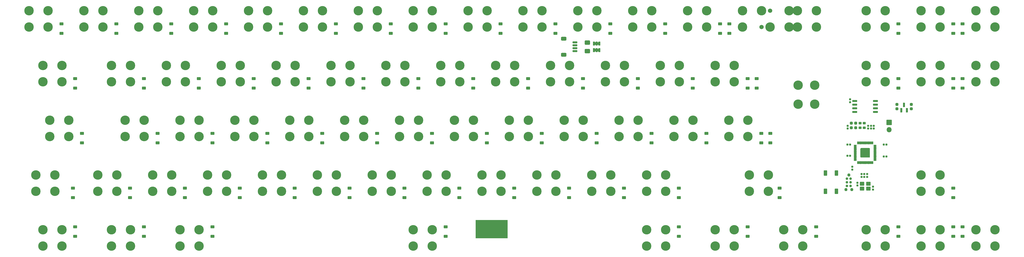
<source format=gbs>
G04 #@! TF.GenerationSoftware,KiCad,Pcbnew,(6.0.8)*
G04 #@! TF.CreationDate,2022-11-13T23:10:32+08:00*
G04 #@! TF.ProjectId,SI_FRL,53495f46-524c-42e6-9b69-6361645f7063,rev?*
G04 #@! TF.SameCoordinates,Original*
G04 #@! TF.FileFunction,Soldermask,Bot*
G04 #@! TF.FilePolarity,Negative*
%FSLAX46Y46*%
G04 Gerber Fmt 4.6, Leading zero omitted, Abs format (unit mm)*
G04 Created by KiCad (PCBNEW (6.0.8)) date 2022-11-13 23:10:32*
%MOMM*%
%LPD*%
G01*
G04 APERTURE LIST*
G04 Aperture macros list*
%AMRoundRect*
0 Rectangle with rounded corners*
0 $1 Rounding radius*
0 $2 $3 $4 $5 $6 $7 $8 $9 X,Y pos of 4 corners*
0 Add a 4 corners polygon primitive as box body*
4,1,4,$2,$3,$4,$5,$6,$7,$8,$9,$2,$3,0*
0 Add four circle primitives for the rounded corners*
1,1,$1+$1,$2,$3*
1,1,$1+$1,$4,$5*
1,1,$1+$1,$6,$7*
1,1,$1+$1,$8,$9*
0 Add four rect primitives between the rounded corners*
20,1,$1+$1,$2,$3,$4,$5,0*
20,1,$1+$1,$4,$5,$6,$7,0*
20,1,$1+$1,$6,$7,$8,$9,0*
20,1,$1+$1,$8,$9,$2,$3,0*%
G04 Aperture macros list end*
%ADD10C,0.100000*%
%ADD11C,3.282000*%
%ADD12C,1.502000*%
%ADD13RoundRect,0.051000X0.600000X-0.450000X0.600000X0.450000X-0.600000X0.450000X-0.600000X-0.450000X0*%
%ADD14RoundRect,0.191000X-0.140000X-0.170000X0.140000X-0.170000X0.140000X0.170000X-0.140000X0.170000X0*%
%ADD15RoundRect,0.051000X0.850000X0.850000X-0.850000X0.850000X-0.850000X-0.850000X0.850000X-0.850000X0*%
%ADD16O,1.802000X1.802000*%
%ADD17RoundRect,0.276000X0.250000X-0.225000X0.250000X0.225000X-0.250000X0.225000X-0.250000X-0.225000X0*%
%ADD18RoundRect,0.191000X0.140000X0.170000X-0.140000X0.170000X-0.140000X-0.170000X0.140000X-0.170000X0*%
%ADD19RoundRect,0.191000X-0.170000X0.140000X-0.170000X-0.140000X0.170000X-0.140000X0.170000X0.140000X0*%
%ADD20RoundRect,0.191000X0.170000X-0.140000X0.170000X0.140000X-0.170000X0.140000X-0.170000X-0.140000X0*%
%ADD21RoundRect,0.201000X0.150000X-0.587500X0.150000X0.587500X-0.150000X0.587500X-0.150000X-0.587500X0*%
%ADD22RoundRect,0.301001X-0.624999X0.462499X-0.624999X-0.462499X0.624999X-0.462499X0.624999X0.462499X0*%
%ADD23RoundRect,0.051000X0.700000X0.600000X-0.700000X0.600000X-0.700000X-0.600000X0.700000X-0.600000X0*%
%ADD24RoundRect,0.051000X-0.500000X0.850000X-0.500000X-0.850000X0.500000X-0.850000X0.500000X0.850000X0*%
%ADD25RoundRect,0.186000X-0.185000X0.135000X-0.185000X-0.135000X0.185000X-0.135000X0.185000X0.135000X0*%
%ADD26RoundRect,0.251000X0.275000X-0.200000X0.275000X0.200000X-0.275000X0.200000X-0.275000X-0.200000X0*%
%ADD27RoundRect,0.201000X0.150000X-0.512500X0.150000X0.512500X-0.150000X0.512500X-0.150000X-0.512500X0*%
%ADD28RoundRect,0.201000X0.650000X0.150000X-0.650000X0.150000X-0.650000X-0.150000X0.650000X-0.150000X0*%
%ADD29RoundRect,0.201000X0.625000X-0.150000X0.625000X0.150000X-0.625000X0.150000X-0.625000X-0.150000X0*%
%ADD30RoundRect,0.301000X0.650000X-0.350000X0.650000X0.350000X-0.650000X0.350000X-0.650000X-0.350000X0*%
%ADD31C,1.092600*%
%ADD32C,0.889400*%
%ADD33RoundRect,0.101000X0.387500X0.050000X-0.387500X0.050000X-0.387500X-0.050000X0.387500X-0.050000X0*%
%ADD34RoundRect,0.101000X0.050000X0.387500X-0.050000X0.387500X-0.050000X-0.387500X0.050000X-0.387500X0*%
%ADD35RoundRect,0.195000X1.456000X1.456000X-1.456000X1.456000X-1.456000X-1.456000X1.456000X-1.456000X0*%
%ADD36RoundRect,0.251000X-0.275000X0.200000X-0.275000X-0.200000X0.275000X-0.200000X0.275000X0.200000X0*%
G04 APERTURE END LIST*
G36*
X162662500Y-78406250D02*
G01*
X151662500Y-78406250D01*
X151662500Y-72156250D01*
X162662500Y-72156250D01*
X162662500Y-78406250D01*
G37*
D10*
X162662500Y-78406250D02*
X151662500Y-78406250D01*
X151662500Y-72156250D01*
X162662500Y-72156250D01*
X162662500Y-78406250D01*
G36*
X162662500Y-78406250D02*
G01*
X151662500Y-78406250D01*
X151662500Y-72156250D01*
X162662500Y-72156250D01*
X162662500Y-78406250D01*
G37*
X162662500Y-78406250D02*
X151662500Y-78406250D01*
X151662500Y-72156250D01*
X162662500Y-72156250D01*
X162662500Y-78406250D01*
D11*
X168150000Y640000D03*
X168150000Y-5080000D03*
X174750000Y640000D03*
X174750000Y-5080000D03*
X306262500Y-81280000D03*
X306262500Y-75560000D03*
X312862500Y-75560000D03*
X312862500Y-81280000D03*
X3843750Y-37460000D03*
X3843750Y-43180000D03*
X10443750Y-43180000D03*
X10443750Y-37460000D03*
X234825000Y-81280000D03*
X234825000Y-75560000D03*
X241425000Y-75560000D03*
X241425000Y-81280000D03*
X134812500Y-56510000D03*
X134812500Y-62230000D03*
X141412500Y-62230000D03*
X141412500Y-56510000D03*
X91950000Y-5080000D03*
X91950000Y640000D03*
X98550000Y640000D03*
X98550000Y-5080000D03*
X115762500Y-56510000D03*
X115762500Y-62230000D03*
X122362500Y-56510000D03*
X122362500Y-62230000D03*
X201487500Y-37460000D03*
X201487500Y-43180000D03*
X208087500Y-37460000D03*
X208087500Y-43180000D03*
X25275000Y-24130000D03*
X25275000Y-18410000D03*
X31875000Y-24130000D03*
X31875000Y-18410000D03*
X63375000Y-18410000D03*
X63375000Y-24130000D03*
X69975000Y-18410000D03*
X69975000Y-24130000D03*
D12*
X250950000Y-5080000D03*
D11*
X244350000Y640000D03*
X244350000Y-5080000D03*
X250950000Y640000D03*
D12*
X253875000Y640000D03*
D11*
X253875000Y-5080000D03*
X260475000Y-5080000D03*
X260475000Y640000D03*
X15750000Y640000D03*
X15750000Y-5080000D03*
X22350000Y640000D03*
X22350000Y-5080000D03*
X106237500Y-37460000D03*
X106237500Y-43180000D03*
X112837500Y-37460000D03*
X112837500Y-43180000D03*
X163387500Y-43180000D03*
X163387500Y-37460000D03*
X169987500Y-37460000D03*
X169987500Y-43180000D03*
X306262500Y-62230000D03*
X306262500Y-56510000D03*
X312862500Y-56510000D03*
X312862500Y-62230000D03*
X225300000Y-5080000D03*
X225300000Y640000D03*
X231900000Y-5080000D03*
X231900000Y640000D03*
X234825000Y-18410000D03*
X234825000Y-24130000D03*
X241425000Y-18410000D03*
X241425000Y-24130000D03*
X287212500Y-5080000D03*
X287212500Y640000D03*
X293812500Y640000D03*
X293812500Y-5080000D03*
X130050000Y640000D03*
X130050000Y-5080000D03*
X136650000Y-5080000D03*
X136650000Y640000D03*
X287212500Y-18410000D03*
X287212500Y-24130000D03*
X293812500Y-24130000D03*
X293812500Y-18410000D03*
X1462500Y-24130000D03*
X1462500Y-18410000D03*
X8062500Y-18410000D03*
X8062500Y-24130000D03*
X263660000Y-31875000D03*
X269380000Y-31875000D03*
X269380000Y-25275000D03*
X263660000Y-25275000D03*
X68137500Y-43180000D03*
X68137500Y-37460000D03*
X74737500Y-43180000D03*
X74737500Y-37460000D03*
X34800000Y640000D03*
X34800000Y-5080000D03*
X41400000Y-5080000D03*
X41400000Y640000D03*
X130050000Y-75560000D03*
X130050000Y-81280000D03*
X136650000Y-75560000D03*
X136650000Y-81280000D03*
X306262500Y-5080000D03*
X306262500Y640000D03*
X312862500Y-5080000D03*
X312862500Y640000D03*
X49087500Y-37460000D03*
X49087500Y-43180000D03*
X55687500Y-43180000D03*
X55687500Y-37460000D03*
X149100000Y640000D03*
X149100000Y-5080000D03*
X155700000Y640000D03*
X155700000Y-5080000D03*
X177675000Y-18410000D03*
X177675000Y-24130000D03*
X184275000Y-24130000D03*
X184275000Y-18410000D03*
X287212500Y-81280000D03*
X287212500Y-75560000D03*
X293812500Y-81280000D03*
X293812500Y-75560000D03*
X325312500Y640000D03*
X325312500Y-5080000D03*
X331912500Y640000D03*
X331912500Y-5080000D03*
X72900000Y-5080000D03*
X72900000Y640000D03*
X79500000Y-5080000D03*
X79500000Y640000D03*
X20512500Y-56510000D03*
X20512500Y-62230000D03*
X27112500Y-62230000D03*
X27112500Y-56510000D03*
X125287500Y-43180000D03*
X125287500Y-37460000D03*
X131887500Y-43180000D03*
X131887500Y-37460000D03*
X25275000Y-75560000D03*
X25275000Y-81280000D03*
X31875000Y-81280000D03*
X31875000Y-75560000D03*
X1462500Y-75560000D03*
X1462500Y-81280000D03*
X8062500Y-75560000D03*
X8062500Y-81280000D03*
X139575000Y-24130000D03*
X139575000Y-18410000D03*
X146175000Y-18410000D03*
X146175000Y-24130000D03*
X153862500Y-56510000D03*
X153862500Y-62230000D03*
X160462500Y-56510000D03*
X160462500Y-62230000D03*
X77662500Y-62230000D03*
X77662500Y-56510000D03*
X84262500Y-62230000D03*
X84262500Y-56510000D03*
X172912500Y-56510000D03*
X172912500Y-62230000D03*
X179512500Y-62230000D03*
X179512500Y-56510000D03*
X30037500Y-37460000D03*
X30037500Y-43180000D03*
X36637500Y-43180000D03*
X36637500Y-37460000D03*
X49087500Y-81280000D03*
X49087500Y-75560000D03*
X55687500Y-81280000D03*
X55687500Y-75560000D03*
X206250000Y-5080000D03*
X206250000Y640000D03*
X212850000Y-5080000D03*
X212850000Y640000D03*
X325312500Y-75560000D03*
X325312500Y-81280000D03*
X331912500Y-75560000D03*
X331912500Y-81280000D03*
X306262500Y-18410000D03*
X306262500Y-24130000D03*
X312862500Y-18410000D03*
X312862500Y-24130000D03*
X101475000Y-18410000D03*
X101475000Y-24130000D03*
X108075000Y-24130000D03*
X108075000Y-18410000D03*
X263400224Y640000D03*
X263400224Y-5080000D03*
X270000224Y640000D03*
X270000224Y-5080000D03*
X111000000Y-5080000D03*
X111000000Y640000D03*
X117600000Y-5080000D03*
X117600000Y640000D03*
X191962500Y-56510000D03*
X191962500Y-62230000D03*
X198562500Y-62230000D03*
X198562500Y-56510000D03*
X53850000Y-5080000D03*
X53850000Y640000D03*
X60450000Y640000D03*
X60450000Y-5080000D03*
X211012500Y-56510000D03*
X211012500Y-62230000D03*
X217612500Y-56510000D03*
X217612500Y-62230000D03*
X246731250Y-62230000D03*
X246731250Y-56510000D03*
X253331250Y-62230000D03*
X253331250Y-56510000D03*
X211012500Y-75560000D03*
X211012500Y-81280000D03*
X217612500Y-75560000D03*
X217612500Y-81280000D03*
X82425000Y-24130000D03*
X82425000Y-18410000D03*
X89025000Y-24130000D03*
X89025000Y-18410000D03*
X44325000Y-18410000D03*
X44325000Y-24130000D03*
X50925000Y-24130000D03*
X50925000Y-18410000D03*
X196725000Y-24130000D03*
X196725000Y-18410000D03*
X203325000Y-18410000D03*
X203325000Y-24130000D03*
X258637500Y-81280000D03*
X258637500Y-75560000D03*
X265237500Y-75560000D03*
X265237500Y-81280000D03*
X120525000Y-18410000D03*
X120525000Y-24130000D03*
X127125000Y-24130000D03*
X127125000Y-18410000D03*
X58612500Y-62230000D03*
X58612500Y-56510000D03*
X65212500Y-56510000D03*
X65212500Y-62230000D03*
X325312500Y-24130000D03*
X325312500Y-18410000D03*
X331912500Y-24130000D03*
X331912500Y-18410000D03*
X182437500Y-37460000D03*
X182437500Y-43180000D03*
X189037500Y-43180000D03*
X189037500Y-37460000D03*
X144337500Y-37460000D03*
X144337500Y-43180000D03*
X150937500Y-37460000D03*
X150937500Y-43180000D03*
X87187500Y-43180000D03*
X87187500Y-37460000D03*
X93787500Y-37460000D03*
X93787500Y-43180000D03*
X215775000Y-24130000D03*
X215775000Y-18410000D03*
X222375000Y-24130000D03*
X222375000Y-18410000D03*
X220537500Y-37460000D03*
X220537500Y-43180000D03*
X227137500Y-43180000D03*
X227137500Y-37460000D03*
X239587500Y-37460000D03*
X239587500Y-43180000D03*
X246187500Y-43180000D03*
X246187500Y-37460000D03*
X187200000Y-5080000D03*
X187200000Y640000D03*
X193800000Y-5080000D03*
X193800000Y640000D03*
X-918750Y-56510000D03*
X-918750Y-62230000D03*
X5681250Y-56510000D03*
X5681250Y-62230000D03*
X96712500Y-56510000D03*
X96712500Y-62230000D03*
X103312500Y-62230000D03*
X103312500Y-56510000D03*
X-3300000Y-5080000D03*
X-3300000Y640000D03*
X3300000Y-5080000D03*
X3300000Y640000D03*
X39562500Y-56510000D03*
X39562500Y-62230000D03*
X46162500Y-62230000D03*
X46162500Y-56510000D03*
X158625000Y-18410000D03*
X158625000Y-24130000D03*
X165225000Y-18410000D03*
X165225000Y-24130000D03*
D13*
X222250000Y-64356250D03*
X222250000Y-61056250D03*
X93662500Y-26256250D03*
X93662500Y-22956250D03*
X136525000Y-45306250D03*
X136525000Y-42006250D03*
X15081250Y-45306250D03*
X15081250Y-42006250D03*
D14*
X293320000Y-50100000D03*
X294280000Y-50100000D03*
D13*
X150812500Y-26256250D03*
X150812500Y-22956250D03*
X250825000Y-45306250D03*
X250825000Y-42006250D03*
X193675000Y-45306250D03*
X193675000Y-42006250D03*
X179387500Y-7206250D03*
X179387500Y-3906250D03*
D15*
X295175000Y-38250000D03*
D16*
X295175000Y-40790000D03*
D17*
X283600000Y-40075000D03*
X283600000Y-38525000D03*
D18*
X281680000Y-45900000D03*
X280720000Y-45900000D03*
D19*
X285600000Y-56220000D03*
X285600000Y-57180000D03*
D13*
X74612500Y-26256250D03*
X74612500Y-22956250D03*
X317500000Y-7206250D03*
X317500000Y-3906250D03*
X7937500Y-7206250D03*
X7937500Y-3906250D03*
X298450000Y-7206250D03*
X298450000Y-3906250D03*
X26987500Y-7206250D03*
X26987500Y-3906250D03*
D20*
X287900000Y-40380000D03*
X287900000Y-39420000D03*
D13*
X269875000Y-77850000D03*
X269875000Y-74550000D03*
X217487500Y-7206250D03*
X217487500Y-3906250D03*
X36512500Y-77850000D03*
X36512500Y-74550000D03*
X212725000Y-45306250D03*
X212725000Y-42006250D03*
D19*
X286600000Y-56220000D03*
X286600000Y-57180000D03*
D13*
X141287500Y-77850000D03*
X141287500Y-74550000D03*
X60325000Y-45306250D03*
X60325000Y-42006250D03*
X320675000Y-7206250D03*
X320675000Y-3906250D03*
X320675000Y-26256250D03*
X320675000Y-22956250D03*
D21*
X301350000Y-34037500D03*
X299450000Y-34037500D03*
X300400000Y-32162500D03*
D13*
X320675000Y-77850000D03*
X320675000Y-74550000D03*
X84137500Y-7206250D03*
X84137500Y-3906250D03*
X131762500Y-26256250D03*
X131762500Y-22956250D03*
D22*
X190500000Y-10418750D03*
X190500000Y-13393750D03*
D13*
X246062500Y-77850000D03*
X246062500Y-74550000D03*
X31750000Y-64356250D03*
X31750000Y-61056250D03*
X98425000Y-45306250D03*
X98425000Y-42006250D03*
X117475000Y-45306250D03*
X117475000Y-42006250D03*
X122237500Y-7206250D03*
X122237500Y-3906250D03*
X160337500Y-7206250D03*
X160337500Y-3906250D03*
X55562500Y-26256250D03*
X55562500Y-22956250D03*
D14*
X293320000Y-45900000D03*
X294280000Y-45900000D03*
D13*
X41275000Y-45306250D03*
X41275000Y-42006250D03*
X203200000Y-64356250D03*
X203200000Y-61056250D03*
D20*
X289900001Y-40380000D03*
X289900001Y-39420000D03*
D13*
X298450000Y-77850000D03*
X298450000Y-74550000D03*
X236537500Y-7206250D03*
X236537500Y-3906250D03*
X165100000Y-64356250D03*
X165100000Y-61056250D03*
X198437500Y-7206250D03*
X198437500Y-3906250D03*
X112712500Y-26256250D03*
X112712500Y-22956250D03*
X12700000Y-77850000D03*
X12700000Y-74550000D03*
D23*
X288000000Y-61250000D03*
X285800000Y-61250000D03*
X285800000Y-59550000D03*
X288000000Y-59550000D03*
D20*
X280800000Y-40380000D03*
X280800000Y-39420000D03*
D13*
X298450000Y-26256250D03*
X298450000Y-22956250D03*
X227012500Y-26256250D03*
X227012500Y-22956250D03*
X188912500Y-26256250D03*
X188912500Y-22956250D03*
X103187500Y-7206250D03*
X103187500Y-3906250D03*
X174625000Y-45306250D03*
X174625000Y-42006250D03*
X231775000Y-45306250D03*
X231775000Y-42006250D03*
X36512500Y-26256250D03*
X36512500Y-22956250D03*
D18*
X281679999Y-49800000D03*
X280719999Y-49800000D03*
D17*
X302900000Y-33475000D03*
X302900000Y-31925000D03*
D19*
X289600000Y-60620000D03*
X289600000Y-61580000D03*
D13*
X60325000Y-77850000D03*
X60325000Y-74550000D03*
D24*
X273100000Y-55850000D03*
X273100000Y-62150000D03*
X276900000Y-62150000D03*
X276900000Y-55850000D03*
D25*
X282400000Y-53640000D03*
X282400000Y-54660000D03*
D13*
X317500000Y-77850000D03*
X317500000Y-74550000D03*
X207962500Y-26256250D03*
X207962500Y-22956250D03*
X88900000Y-64356250D03*
X88900000Y-61056250D03*
X65087500Y-7206250D03*
X65087500Y-3906250D03*
D17*
X297899998Y-33475000D03*
X297899998Y-31925000D03*
D13*
X254000000Y-45306250D03*
X254000000Y-42006250D03*
X11906250Y-64356250D03*
X11906250Y-61056250D03*
D26*
X285100000Y-40125000D03*
X285100000Y-38475000D03*
D27*
X194625000Y-13043750D03*
X193675000Y-13043750D03*
X192725000Y-13043750D03*
X192725000Y-10768750D03*
X193675000Y-10768750D03*
X194625000Y-10768750D03*
D25*
X287600000Y-56190000D03*
X287600000Y-57210000D03*
D13*
X141287500Y-7206250D03*
X141287500Y-3906250D03*
X127000000Y-64356250D03*
X127000000Y-61056250D03*
X249237500Y-26256250D03*
X249237500Y-22956250D03*
X239712500Y-7206250D03*
X239712500Y-3906250D03*
X246062500Y-26256250D03*
X246062500Y-22956250D03*
X184150000Y-64356250D03*
X184150000Y-61056250D03*
X317500000Y-26256250D03*
X317500000Y-22956250D03*
X107950000Y-64356250D03*
X107950000Y-61056250D03*
D28*
X290500000Y-30795000D03*
X290500000Y-32065000D03*
X290500000Y-33335000D03*
X290500000Y-34605000D03*
X283300000Y-34605000D03*
X283300000Y-33335000D03*
X283300000Y-32065000D03*
X283300000Y-30795000D03*
D13*
X146050000Y-64356250D03*
X146050000Y-61056250D03*
X257175000Y-64356250D03*
X257175000Y-61056250D03*
D20*
X284200000Y-60180000D03*
X284200000Y-59220000D03*
D29*
X186150000Y-13406250D03*
X186150000Y-12406250D03*
X186150000Y-11406250D03*
X186150000Y-10406250D03*
D30*
X182275000Y-14706250D03*
X182275000Y-9106250D03*
D13*
X69850000Y-64356250D03*
X69850000Y-61056250D03*
D31*
X282216000Y-61640000D03*
X280184000Y-61640000D03*
X281200000Y-56560000D03*
D32*
X281835000Y-57830000D03*
X280565000Y-57830000D03*
X281835000Y-59100000D03*
X280565000Y-59100000D03*
X281835000Y-60370000D03*
X280565000Y-60370000D03*
D13*
X46037500Y-7206250D03*
X46037500Y-3906250D03*
X79375000Y-45306250D03*
X79375000Y-42006250D03*
X317500000Y-64356250D03*
X317500000Y-61056250D03*
D20*
X288900000Y-40380000D03*
X288900000Y-39420000D03*
D33*
X290337500Y-46200000D03*
X290337500Y-46600000D03*
X290337500Y-47000000D03*
X290337500Y-47400000D03*
X290337500Y-47800000D03*
X290337500Y-48200000D03*
X290337500Y-48600000D03*
X290337500Y-49000000D03*
X290337500Y-49400000D03*
X290337500Y-49800000D03*
X290337500Y-50200000D03*
X290337500Y-50600000D03*
X290337500Y-51000000D03*
X290337500Y-51400000D03*
D34*
X289500000Y-52237500D03*
X289100000Y-52237500D03*
X288700000Y-52237500D03*
X288300000Y-52237500D03*
X287900000Y-52237500D03*
X287500000Y-52237500D03*
X287100000Y-52237500D03*
X286700000Y-52237500D03*
X286300000Y-52237500D03*
X285900000Y-52237500D03*
X285500000Y-52237500D03*
X285100000Y-52237500D03*
X284700000Y-52237500D03*
X284300000Y-52237500D03*
D33*
X283462500Y-51400000D03*
X283462500Y-51000000D03*
X283462500Y-50600000D03*
X283462500Y-50200000D03*
X283462500Y-49800000D03*
X283462500Y-49400000D03*
X283462500Y-49000000D03*
X283462500Y-48600000D03*
X283462500Y-48200000D03*
X283462500Y-47800000D03*
X283462500Y-47400000D03*
X283462500Y-47000000D03*
X283462500Y-46600000D03*
X283462500Y-46200000D03*
D34*
X284300000Y-45362500D03*
X284700000Y-45362500D03*
X285100000Y-45362500D03*
X285500000Y-45362500D03*
X285900000Y-45362500D03*
X286300000Y-45362500D03*
X286700000Y-45362500D03*
X287100000Y-45362500D03*
X287500000Y-45362500D03*
X287900000Y-45362500D03*
X288300000Y-45362500D03*
X288700000Y-45362500D03*
X289100000Y-45362500D03*
X289500000Y-45362500D03*
D35*
X286900000Y-48800000D03*
D13*
X169862500Y-26256250D03*
X169862500Y-22956250D03*
D36*
X286600000Y-38475000D03*
X286600000Y-40125000D03*
D19*
X281700000Y-30220000D03*
X281700000Y-31180000D03*
D13*
X155575000Y-45306250D03*
X155575000Y-42006250D03*
X12700000Y-26256250D03*
X12700000Y-22956250D03*
X222250000Y-77850000D03*
X222250000Y-74550000D03*
D17*
X282100000Y-40075000D03*
X282100000Y-38525000D03*
D13*
X50800000Y-64356250D03*
X50800000Y-61056250D03*
G36*
X288026017Y-51782139D02*
G01*
X288031425Y-51785752D01*
X288097788Y-51806532D01*
X288168589Y-51785743D01*
X288173983Y-51782139D01*
X288175979Y-51782008D01*
X288177090Y-51783671D01*
X288176757Y-51784913D01*
X288158573Y-51812128D01*
X288151000Y-51850199D01*
X288151000Y-52624801D01*
X288158573Y-52662872D01*
X288176757Y-52690087D01*
X288176888Y-52692083D01*
X288175225Y-52693194D01*
X288173983Y-52692861D01*
X288168575Y-52689248D01*
X288102212Y-52668468D01*
X288031411Y-52689257D01*
X288026017Y-52692861D01*
X288024021Y-52692992D01*
X288022910Y-52691329D01*
X288023243Y-52690087D01*
X288041427Y-52662872D01*
X288049000Y-52624801D01*
X288049000Y-51850199D01*
X288041427Y-51812128D01*
X288023243Y-51784913D01*
X288023112Y-51782917D01*
X288024775Y-51781806D01*
X288026017Y-51782139D01*
G37*
G36*
X286826017Y-51782139D02*
G01*
X286831425Y-51785752D01*
X286897788Y-51806532D01*
X286968589Y-51785743D01*
X286973983Y-51782139D01*
X286975979Y-51782008D01*
X286977090Y-51783671D01*
X286976757Y-51784913D01*
X286958573Y-51812128D01*
X286951000Y-51850199D01*
X286951000Y-52624801D01*
X286958573Y-52662872D01*
X286976757Y-52690087D01*
X286976888Y-52692083D01*
X286975225Y-52693194D01*
X286973983Y-52692861D01*
X286968575Y-52689248D01*
X286902212Y-52668468D01*
X286831411Y-52689257D01*
X286826017Y-52692861D01*
X286824021Y-52692992D01*
X286822910Y-52691329D01*
X286823243Y-52690087D01*
X286841427Y-52662872D01*
X286849000Y-52624801D01*
X286849000Y-51850199D01*
X286841427Y-51812128D01*
X286823243Y-51784913D01*
X286823112Y-51782917D01*
X286824775Y-51781806D01*
X286826017Y-51782139D01*
G37*
G36*
X284826017Y-51782139D02*
G01*
X284831425Y-51785752D01*
X284897788Y-51806532D01*
X284968589Y-51785743D01*
X284973983Y-51782139D01*
X284975979Y-51782008D01*
X284977090Y-51783671D01*
X284976757Y-51784913D01*
X284958573Y-51812128D01*
X284951000Y-51850199D01*
X284951000Y-52624801D01*
X284958573Y-52662872D01*
X284976757Y-52690087D01*
X284976888Y-52692083D01*
X284975225Y-52693194D01*
X284973983Y-52692861D01*
X284968575Y-52689248D01*
X284902212Y-52668468D01*
X284831411Y-52689257D01*
X284826017Y-52692861D01*
X284824021Y-52692992D01*
X284822910Y-52691329D01*
X284823243Y-52690087D01*
X284841427Y-52662872D01*
X284849000Y-52624801D01*
X284849000Y-51850199D01*
X284841427Y-51812128D01*
X284823243Y-51784913D01*
X284823112Y-51782917D01*
X284824775Y-51781806D01*
X284826017Y-51782139D01*
G37*
G36*
X287626017Y-51782139D02*
G01*
X287631425Y-51785752D01*
X287697788Y-51806532D01*
X287768589Y-51785743D01*
X287773983Y-51782139D01*
X287775979Y-51782008D01*
X287777090Y-51783671D01*
X287776757Y-51784913D01*
X287758573Y-51812128D01*
X287751000Y-51850199D01*
X287751000Y-52624801D01*
X287758573Y-52662872D01*
X287776757Y-52690087D01*
X287776888Y-52692083D01*
X287775225Y-52693194D01*
X287773983Y-52692861D01*
X287768575Y-52689248D01*
X287702212Y-52668468D01*
X287631411Y-52689257D01*
X287626017Y-52692861D01*
X287624021Y-52692992D01*
X287622910Y-52691329D01*
X287623243Y-52690087D01*
X287641427Y-52662872D01*
X287649000Y-52624801D01*
X287649000Y-51850199D01*
X287641427Y-51812128D01*
X287623243Y-51784913D01*
X287623112Y-51782917D01*
X287624775Y-51781806D01*
X287626017Y-51782139D01*
G37*
G36*
X289226017Y-51782139D02*
G01*
X289231425Y-51785752D01*
X289297788Y-51806532D01*
X289368589Y-51785743D01*
X289373983Y-51782139D01*
X289375979Y-51782008D01*
X289377090Y-51783671D01*
X289376757Y-51784913D01*
X289358573Y-51812128D01*
X289351000Y-51850199D01*
X289351000Y-52624801D01*
X289358573Y-52662872D01*
X289376757Y-52690087D01*
X289376888Y-52692083D01*
X289375225Y-52693194D01*
X289373983Y-52692861D01*
X289368575Y-52689248D01*
X289302212Y-52668468D01*
X289231411Y-52689257D01*
X289226017Y-52692861D01*
X289224021Y-52692992D01*
X289222910Y-52691329D01*
X289223243Y-52690087D01*
X289241427Y-52662872D01*
X289249000Y-52624801D01*
X289249000Y-51850199D01*
X289241427Y-51812128D01*
X289223243Y-51784913D01*
X289223112Y-51782917D01*
X289224775Y-51781806D01*
X289226017Y-51782139D01*
G37*
G36*
X286426017Y-51782139D02*
G01*
X286431425Y-51785752D01*
X286497788Y-51806532D01*
X286568589Y-51785743D01*
X286573983Y-51782139D01*
X286575979Y-51782008D01*
X286577090Y-51783671D01*
X286576757Y-51784913D01*
X286558573Y-51812128D01*
X286551000Y-51850199D01*
X286551000Y-52624801D01*
X286558573Y-52662872D01*
X286576757Y-52690087D01*
X286576888Y-52692083D01*
X286575225Y-52693194D01*
X286573983Y-52692861D01*
X286568575Y-52689248D01*
X286502212Y-52668468D01*
X286431411Y-52689257D01*
X286426017Y-52692861D01*
X286424021Y-52692992D01*
X286422910Y-52691329D01*
X286423243Y-52690087D01*
X286441427Y-52662872D01*
X286449000Y-52624801D01*
X286449000Y-51850199D01*
X286441427Y-51812128D01*
X286423243Y-51784913D01*
X286423112Y-51782917D01*
X286424775Y-51781806D01*
X286426017Y-51782139D01*
G37*
G36*
X287226017Y-51782139D02*
G01*
X287231425Y-51785752D01*
X287297788Y-51806532D01*
X287368589Y-51785743D01*
X287373983Y-51782139D01*
X287375979Y-51782008D01*
X287377090Y-51783671D01*
X287376757Y-51784913D01*
X287358573Y-51812128D01*
X287351000Y-51850199D01*
X287351000Y-52624801D01*
X287358573Y-52662872D01*
X287376757Y-52690087D01*
X287376888Y-52692083D01*
X287375225Y-52693194D01*
X287373983Y-52692861D01*
X287368575Y-52689248D01*
X287302212Y-52668468D01*
X287231411Y-52689257D01*
X287226017Y-52692861D01*
X287224021Y-52692992D01*
X287222910Y-52691329D01*
X287223243Y-52690087D01*
X287241427Y-52662872D01*
X287249000Y-52624801D01*
X287249000Y-51850199D01*
X287241427Y-51812128D01*
X287223243Y-51784913D01*
X287223112Y-51782917D01*
X287224775Y-51781806D01*
X287226017Y-51782139D01*
G37*
G36*
X288826017Y-51782139D02*
G01*
X288831425Y-51785752D01*
X288897788Y-51806532D01*
X288968589Y-51785743D01*
X288973983Y-51782139D01*
X288975979Y-51782008D01*
X288977090Y-51783671D01*
X288976757Y-51784913D01*
X288958573Y-51812128D01*
X288951000Y-51850199D01*
X288951000Y-52624801D01*
X288958573Y-52662872D01*
X288976757Y-52690087D01*
X288976888Y-52692083D01*
X288975225Y-52693194D01*
X288973983Y-52692861D01*
X288968575Y-52689248D01*
X288902212Y-52668468D01*
X288831411Y-52689257D01*
X288826017Y-52692861D01*
X288824021Y-52692992D01*
X288822910Y-52691329D01*
X288823243Y-52690087D01*
X288841427Y-52662872D01*
X288849000Y-52624801D01*
X288849000Y-51850199D01*
X288841427Y-51812128D01*
X288823243Y-51784913D01*
X288823112Y-51782917D01*
X288824775Y-51781806D01*
X288826017Y-51782139D01*
G37*
G36*
X285226017Y-51782139D02*
G01*
X285231425Y-51785752D01*
X285297788Y-51806532D01*
X285368589Y-51785743D01*
X285373983Y-51782139D01*
X285375979Y-51782008D01*
X285377090Y-51783671D01*
X285376757Y-51784913D01*
X285358573Y-51812128D01*
X285351000Y-51850199D01*
X285351000Y-52624801D01*
X285358573Y-52662872D01*
X285376757Y-52690087D01*
X285376888Y-52692083D01*
X285375225Y-52693194D01*
X285373983Y-52692861D01*
X285368575Y-52689248D01*
X285302212Y-52668468D01*
X285231411Y-52689257D01*
X285226017Y-52692861D01*
X285224021Y-52692992D01*
X285222910Y-52691329D01*
X285223243Y-52690087D01*
X285241427Y-52662872D01*
X285249000Y-52624801D01*
X285249000Y-51850199D01*
X285241427Y-51812128D01*
X285223243Y-51784913D01*
X285223112Y-51782917D01*
X285224775Y-51781806D01*
X285226017Y-51782139D01*
G37*
G36*
X286026017Y-51782139D02*
G01*
X286031425Y-51785752D01*
X286097788Y-51806532D01*
X286168589Y-51785743D01*
X286173983Y-51782139D01*
X286175979Y-51782008D01*
X286177090Y-51783671D01*
X286176757Y-51784913D01*
X286158573Y-51812128D01*
X286151000Y-51850199D01*
X286151000Y-52624801D01*
X286158573Y-52662872D01*
X286176757Y-52690087D01*
X286176888Y-52692083D01*
X286175225Y-52693194D01*
X286173983Y-52692861D01*
X286168575Y-52689248D01*
X286102212Y-52668468D01*
X286031411Y-52689257D01*
X286026017Y-52692861D01*
X286024021Y-52692992D01*
X286022910Y-52691329D01*
X286023243Y-52690087D01*
X286041427Y-52662872D01*
X286049000Y-52624801D01*
X286049000Y-51850199D01*
X286041427Y-51812128D01*
X286023243Y-51784913D01*
X286023112Y-51782917D01*
X286024775Y-51781806D01*
X286026017Y-51782139D01*
G37*
G36*
X285626017Y-51782139D02*
G01*
X285631425Y-51785752D01*
X285697788Y-51806532D01*
X285768589Y-51785743D01*
X285773983Y-51782139D01*
X285775979Y-51782008D01*
X285777090Y-51783671D01*
X285776757Y-51784913D01*
X285758573Y-51812128D01*
X285751000Y-51850199D01*
X285751000Y-52624801D01*
X285758573Y-52662872D01*
X285776757Y-52690087D01*
X285776888Y-52692083D01*
X285775225Y-52693194D01*
X285773983Y-52692861D01*
X285768575Y-52689248D01*
X285702212Y-52668468D01*
X285631411Y-52689257D01*
X285626017Y-52692861D01*
X285624021Y-52692992D01*
X285622910Y-52691329D01*
X285623243Y-52690087D01*
X285641427Y-52662872D01*
X285649000Y-52624801D01*
X285649000Y-51850199D01*
X285641427Y-51812128D01*
X285623243Y-51784913D01*
X285623112Y-51782917D01*
X285624775Y-51781806D01*
X285626017Y-51782139D01*
G37*
G36*
X284426017Y-51782139D02*
G01*
X284431425Y-51785752D01*
X284497788Y-51806532D01*
X284568589Y-51785743D01*
X284573983Y-51782139D01*
X284575979Y-51782008D01*
X284577090Y-51783671D01*
X284576757Y-51784913D01*
X284558573Y-51812128D01*
X284551000Y-51850199D01*
X284551000Y-52624801D01*
X284558573Y-52662872D01*
X284576757Y-52690087D01*
X284576888Y-52692083D01*
X284575225Y-52693194D01*
X284573983Y-52692861D01*
X284568575Y-52689248D01*
X284502212Y-52668468D01*
X284431411Y-52689257D01*
X284426017Y-52692861D01*
X284424021Y-52692992D01*
X284422910Y-52691329D01*
X284423243Y-52690087D01*
X284441427Y-52662872D01*
X284449000Y-52624801D01*
X284449000Y-51850199D01*
X284441427Y-51812128D01*
X284423243Y-51784913D01*
X284423112Y-51782917D01*
X284424775Y-51781806D01*
X284426017Y-51782139D01*
G37*
G36*
X288426017Y-51782139D02*
G01*
X288431425Y-51785752D01*
X288497788Y-51806532D01*
X288568589Y-51785743D01*
X288573983Y-51782139D01*
X288575979Y-51782008D01*
X288577090Y-51783671D01*
X288576757Y-51784913D01*
X288558573Y-51812128D01*
X288551000Y-51850199D01*
X288551000Y-52624801D01*
X288558573Y-52662872D01*
X288576757Y-52690087D01*
X288576888Y-52692083D01*
X288575225Y-52693194D01*
X288573983Y-52692861D01*
X288568575Y-52689248D01*
X288502212Y-52668468D01*
X288431411Y-52689257D01*
X288426017Y-52692861D01*
X288424021Y-52692992D01*
X288422910Y-52691329D01*
X288423243Y-52690087D01*
X288441427Y-52662872D01*
X288449000Y-52624801D01*
X288449000Y-51850199D01*
X288441427Y-51812128D01*
X288423243Y-51784913D01*
X288423112Y-51782917D01*
X288424775Y-51781806D01*
X288426017Y-51782139D01*
G37*
G36*
X283009913Y-51123243D02*
G01*
X283037128Y-51141427D01*
X283075199Y-51149000D01*
X283849801Y-51149000D01*
X283887872Y-51141427D01*
X283915087Y-51123243D01*
X283917083Y-51123112D01*
X283918194Y-51124775D01*
X283917861Y-51126017D01*
X283914248Y-51131425D01*
X283893468Y-51197788D01*
X283914257Y-51268589D01*
X283917861Y-51273983D01*
X283917992Y-51275979D01*
X283916329Y-51277090D01*
X283915087Y-51276757D01*
X283887872Y-51258573D01*
X283849801Y-51251000D01*
X283075199Y-51251000D01*
X283037128Y-51258573D01*
X283009913Y-51276757D01*
X283007917Y-51276888D01*
X283006806Y-51275225D01*
X283007139Y-51273983D01*
X283010752Y-51268575D01*
X283031532Y-51202212D01*
X283010743Y-51131411D01*
X283007139Y-51126017D01*
X283007008Y-51124021D01*
X283008671Y-51122910D01*
X283009913Y-51123243D01*
G37*
G36*
X289884913Y-51123243D02*
G01*
X289912128Y-51141427D01*
X289950199Y-51149000D01*
X290724801Y-51149000D01*
X290762872Y-51141427D01*
X290790087Y-51123243D01*
X290792083Y-51123112D01*
X290793194Y-51124775D01*
X290792861Y-51126017D01*
X290789248Y-51131425D01*
X290768468Y-51197788D01*
X290789257Y-51268589D01*
X290792861Y-51273983D01*
X290792992Y-51275979D01*
X290791329Y-51277090D01*
X290790087Y-51276757D01*
X290762872Y-51258573D01*
X290724801Y-51251000D01*
X289950199Y-51251000D01*
X289912128Y-51258573D01*
X289884913Y-51276757D01*
X289882917Y-51276888D01*
X289881806Y-51275225D01*
X289882139Y-51273983D01*
X289885752Y-51268575D01*
X289906532Y-51202212D01*
X289885743Y-51131411D01*
X289882139Y-51126017D01*
X289882008Y-51124021D01*
X289883671Y-51122910D01*
X289884913Y-51123243D01*
G37*
G36*
X283009913Y-50723243D02*
G01*
X283037128Y-50741427D01*
X283075199Y-50749000D01*
X283849801Y-50749000D01*
X283887872Y-50741427D01*
X283915087Y-50723243D01*
X283917083Y-50723112D01*
X283918194Y-50724775D01*
X283917861Y-50726017D01*
X283914248Y-50731425D01*
X283893468Y-50797788D01*
X283914257Y-50868589D01*
X283917861Y-50873983D01*
X283917992Y-50875979D01*
X283916329Y-50877090D01*
X283915087Y-50876757D01*
X283887872Y-50858573D01*
X283849801Y-50851000D01*
X283075199Y-50851000D01*
X283037128Y-50858573D01*
X283009913Y-50876757D01*
X283007917Y-50876888D01*
X283006806Y-50875225D01*
X283007139Y-50873983D01*
X283010752Y-50868575D01*
X283031532Y-50802212D01*
X283010743Y-50731411D01*
X283007139Y-50726017D01*
X283007008Y-50724021D01*
X283008671Y-50722910D01*
X283009913Y-50723243D01*
G37*
G36*
X289884913Y-50723243D02*
G01*
X289912128Y-50741427D01*
X289950199Y-50749000D01*
X290724801Y-50749000D01*
X290762872Y-50741427D01*
X290790087Y-50723243D01*
X290792083Y-50723112D01*
X290793194Y-50724775D01*
X290792861Y-50726017D01*
X290789248Y-50731425D01*
X290768468Y-50797788D01*
X290789257Y-50868589D01*
X290792861Y-50873983D01*
X290792992Y-50875979D01*
X290791329Y-50877090D01*
X290790087Y-50876757D01*
X290762872Y-50858573D01*
X290724801Y-50851000D01*
X289950199Y-50851000D01*
X289912128Y-50858573D01*
X289884913Y-50876757D01*
X289882917Y-50876888D01*
X289881806Y-50875225D01*
X289882139Y-50873983D01*
X289885752Y-50868575D01*
X289906532Y-50802212D01*
X289885743Y-50731411D01*
X289882139Y-50726017D01*
X289882008Y-50724021D01*
X289883671Y-50722910D01*
X289884913Y-50723243D01*
G37*
G36*
X283009913Y-50323243D02*
G01*
X283037128Y-50341427D01*
X283075199Y-50349000D01*
X283849801Y-50349000D01*
X283887872Y-50341427D01*
X283915087Y-50323243D01*
X283917083Y-50323112D01*
X283918194Y-50324775D01*
X283917861Y-50326017D01*
X283914248Y-50331425D01*
X283893468Y-50397788D01*
X283914257Y-50468589D01*
X283917861Y-50473983D01*
X283917992Y-50475979D01*
X283916329Y-50477090D01*
X283915087Y-50476757D01*
X283887872Y-50458573D01*
X283849801Y-50451000D01*
X283075199Y-50451000D01*
X283037128Y-50458573D01*
X283009913Y-50476757D01*
X283007917Y-50476888D01*
X283006806Y-50475225D01*
X283007139Y-50473983D01*
X283010752Y-50468575D01*
X283031532Y-50402212D01*
X283010743Y-50331411D01*
X283007139Y-50326017D01*
X283007008Y-50324021D01*
X283008671Y-50322910D01*
X283009913Y-50323243D01*
G37*
G36*
X289884913Y-50323243D02*
G01*
X289912128Y-50341427D01*
X289950199Y-50349000D01*
X290724801Y-50349000D01*
X290762872Y-50341427D01*
X290790087Y-50323243D01*
X290792083Y-50323112D01*
X290793194Y-50324775D01*
X290792861Y-50326017D01*
X290789248Y-50331425D01*
X290768468Y-50397788D01*
X290789257Y-50468589D01*
X290792861Y-50473983D01*
X290792992Y-50475979D01*
X290791329Y-50477090D01*
X290790087Y-50476757D01*
X290762872Y-50458573D01*
X290724801Y-50451000D01*
X289950199Y-50451000D01*
X289912128Y-50458573D01*
X289884913Y-50476757D01*
X289882917Y-50476888D01*
X289881806Y-50475225D01*
X289882139Y-50473983D01*
X289885752Y-50468575D01*
X289906532Y-50402212D01*
X289885743Y-50331411D01*
X289882139Y-50326017D01*
X289882008Y-50324021D01*
X289883671Y-50322910D01*
X289884913Y-50323243D01*
G37*
G36*
X289884913Y-49923243D02*
G01*
X289912128Y-49941427D01*
X289950199Y-49949000D01*
X290724801Y-49949000D01*
X290762872Y-49941427D01*
X290790087Y-49923243D01*
X290792083Y-49923112D01*
X290793194Y-49924775D01*
X290792861Y-49926017D01*
X290789248Y-49931425D01*
X290768468Y-49997788D01*
X290789257Y-50068589D01*
X290792861Y-50073983D01*
X290792992Y-50075979D01*
X290791329Y-50077090D01*
X290790087Y-50076757D01*
X290762872Y-50058573D01*
X290724801Y-50051000D01*
X289950199Y-50051000D01*
X289912128Y-50058573D01*
X289884913Y-50076757D01*
X289882917Y-50076888D01*
X289881806Y-50075225D01*
X289882139Y-50073983D01*
X289885752Y-50068575D01*
X289906532Y-50002212D01*
X289885743Y-49931411D01*
X289882139Y-49926017D01*
X289882008Y-49924021D01*
X289883671Y-49922910D01*
X289884913Y-49923243D01*
G37*
G36*
X283009913Y-49923243D02*
G01*
X283037128Y-49941427D01*
X283075199Y-49949000D01*
X283849801Y-49949000D01*
X283887872Y-49941427D01*
X283915087Y-49923243D01*
X283917083Y-49923112D01*
X283918194Y-49924775D01*
X283917861Y-49926017D01*
X283914248Y-49931425D01*
X283893468Y-49997788D01*
X283914257Y-50068589D01*
X283917861Y-50073983D01*
X283917992Y-50075979D01*
X283916329Y-50077090D01*
X283915087Y-50076757D01*
X283887872Y-50058573D01*
X283849801Y-50051000D01*
X283075199Y-50051000D01*
X283037128Y-50058573D01*
X283009913Y-50076757D01*
X283007917Y-50076888D01*
X283006806Y-50075225D01*
X283007139Y-50073983D01*
X283010752Y-50068575D01*
X283031532Y-50002212D01*
X283010743Y-49931411D01*
X283007139Y-49926017D01*
X283007008Y-49924021D01*
X283008671Y-49922910D01*
X283009913Y-49923243D01*
G37*
G36*
X283009913Y-49523243D02*
G01*
X283037128Y-49541427D01*
X283075199Y-49549000D01*
X283849801Y-49549000D01*
X283887872Y-49541427D01*
X283915087Y-49523243D01*
X283917083Y-49523112D01*
X283918194Y-49524775D01*
X283917861Y-49526017D01*
X283914248Y-49531425D01*
X283893468Y-49597788D01*
X283914257Y-49668589D01*
X283917861Y-49673983D01*
X283917992Y-49675979D01*
X283916329Y-49677090D01*
X283915087Y-49676757D01*
X283887872Y-49658573D01*
X283849801Y-49651000D01*
X283075199Y-49651000D01*
X283037128Y-49658573D01*
X283009913Y-49676757D01*
X283007917Y-49676888D01*
X283006806Y-49675225D01*
X283007139Y-49673983D01*
X283010752Y-49668575D01*
X283031532Y-49602212D01*
X283010743Y-49531411D01*
X283007139Y-49526017D01*
X283007008Y-49524021D01*
X283008671Y-49522910D01*
X283009913Y-49523243D01*
G37*
G36*
X289884913Y-49523243D02*
G01*
X289912128Y-49541427D01*
X289950199Y-49549000D01*
X290724801Y-49549000D01*
X290762872Y-49541427D01*
X290790087Y-49523243D01*
X290792083Y-49523112D01*
X290793194Y-49524775D01*
X290792861Y-49526017D01*
X290789248Y-49531425D01*
X290768468Y-49597788D01*
X290789257Y-49668589D01*
X290792861Y-49673983D01*
X290792992Y-49675979D01*
X290791329Y-49677090D01*
X290790087Y-49676757D01*
X290762872Y-49658573D01*
X290724801Y-49651000D01*
X289950199Y-49651000D01*
X289912128Y-49658573D01*
X289884913Y-49676757D01*
X289882917Y-49676888D01*
X289881806Y-49675225D01*
X289882139Y-49673983D01*
X289885752Y-49668575D01*
X289906532Y-49602212D01*
X289885743Y-49531411D01*
X289882139Y-49526017D01*
X289882008Y-49524021D01*
X289883671Y-49522910D01*
X289884913Y-49523243D01*
G37*
G36*
X283009913Y-49123243D02*
G01*
X283037128Y-49141427D01*
X283075199Y-49149000D01*
X283849801Y-49149000D01*
X283887872Y-49141427D01*
X283915087Y-49123243D01*
X283917083Y-49123112D01*
X283918194Y-49124775D01*
X283917861Y-49126017D01*
X283914248Y-49131425D01*
X283893468Y-49197788D01*
X283914257Y-49268589D01*
X283917861Y-49273983D01*
X283917992Y-49275979D01*
X283916329Y-49277090D01*
X283915087Y-49276757D01*
X283887872Y-49258573D01*
X283849801Y-49251000D01*
X283075199Y-49251000D01*
X283037128Y-49258573D01*
X283009913Y-49276757D01*
X283007917Y-49276888D01*
X283006806Y-49275225D01*
X283007139Y-49273983D01*
X283010752Y-49268575D01*
X283031532Y-49202212D01*
X283010743Y-49131411D01*
X283007139Y-49126017D01*
X283007008Y-49124021D01*
X283008671Y-49122910D01*
X283009913Y-49123243D01*
G37*
G36*
X289884913Y-49123243D02*
G01*
X289912128Y-49141427D01*
X289950199Y-49149000D01*
X290724801Y-49149000D01*
X290762872Y-49141427D01*
X290790087Y-49123243D01*
X290792083Y-49123112D01*
X290793194Y-49124775D01*
X290792861Y-49126017D01*
X290789248Y-49131425D01*
X290768468Y-49197788D01*
X290789257Y-49268589D01*
X290792861Y-49273983D01*
X290792992Y-49275979D01*
X290791329Y-49277090D01*
X290790087Y-49276757D01*
X290762872Y-49258573D01*
X290724801Y-49251000D01*
X289950199Y-49251000D01*
X289912128Y-49258573D01*
X289884913Y-49276757D01*
X289882917Y-49276888D01*
X289881806Y-49275225D01*
X289882139Y-49273983D01*
X289885752Y-49268575D01*
X289906532Y-49202212D01*
X289885743Y-49131411D01*
X289882139Y-49126017D01*
X289882008Y-49124021D01*
X289883671Y-49122910D01*
X289884913Y-49123243D01*
G37*
G36*
X289884913Y-48723243D02*
G01*
X289912128Y-48741427D01*
X289950199Y-48749000D01*
X290724801Y-48749000D01*
X290762872Y-48741427D01*
X290790087Y-48723243D01*
X290792083Y-48723112D01*
X290793194Y-48724775D01*
X290792861Y-48726017D01*
X290789248Y-48731425D01*
X290768468Y-48797788D01*
X290789257Y-48868589D01*
X290792861Y-48873983D01*
X290792992Y-48875979D01*
X290791329Y-48877090D01*
X290790087Y-48876757D01*
X290762872Y-48858573D01*
X290724801Y-48851000D01*
X289950199Y-48851000D01*
X289912128Y-48858573D01*
X289884913Y-48876757D01*
X289882917Y-48876888D01*
X289881806Y-48875225D01*
X289882139Y-48873983D01*
X289885752Y-48868575D01*
X289906532Y-48802212D01*
X289885743Y-48731411D01*
X289882139Y-48726017D01*
X289882008Y-48724021D01*
X289883671Y-48722910D01*
X289884913Y-48723243D01*
G37*
G36*
X283009913Y-48723243D02*
G01*
X283037128Y-48741427D01*
X283075199Y-48749000D01*
X283849801Y-48749000D01*
X283887872Y-48741427D01*
X283915087Y-48723243D01*
X283917083Y-48723112D01*
X283918194Y-48724775D01*
X283917861Y-48726017D01*
X283914248Y-48731425D01*
X283893468Y-48797788D01*
X283914257Y-48868589D01*
X283917861Y-48873983D01*
X283917992Y-48875979D01*
X283916329Y-48877090D01*
X283915087Y-48876757D01*
X283887872Y-48858573D01*
X283849801Y-48851000D01*
X283075199Y-48851000D01*
X283037128Y-48858573D01*
X283009913Y-48876757D01*
X283007917Y-48876888D01*
X283006806Y-48875225D01*
X283007139Y-48873983D01*
X283010752Y-48868575D01*
X283031532Y-48802212D01*
X283010743Y-48731411D01*
X283007139Y-48726017D01*
X283007008Y-48724021D01*
X283008671Y-48722910D01*
X283009913Y-48723243D01*
G37*
G36*
X289884913Y-48323243D02*
G01*
X289912128Y-48341427D01*
X289950199Y-48349000D01*
X290724801Y-48349000D01*
X290762872Y-48341427D01*
X290790087Y-48323243D01*
X290792083Y-48323112D01*
X290793194Y-48324775D01*
X290792861Y-48326017D01*
X290789248Y-48331425D01*
X290768468Y-48397788D01*
X290789257Y-48468589D01*
X290792861Y-48473983D01*
X290792992Y-48475979D01*
X290791329Y-48477090D01*
X290790087Y-48476757D01*
X290762872Y-48458573D01*
X290724801Y-48451000D01*
X289950199Y-48451000D01*
X289912128Y-48458573D01*
X289884913Y-48476757D01*
X289882917Y-48476888D01*
X289881806Y-48475225D01*
X289882139Y-48473983D01*
X289885752Y-48468575D01*
X289906532Y-48402212D01*
X289885743Y-48331411D01*
X289882139Y-48326017D01*
X289882008Y-48324021D01*
X289883671Y-48322910D01*
X289884913Y-48323243D01*
G37*
G36*
X283009913Y-48323243D02*
G01*
X283037128Y-48341427D01*
X283075199Y-48349000D01*
X283849801Y-48349000D01*
X283887872Y-48341427D01*
X283915087Y-48323243D01*
X283917083Y-48323112D01*
X283918194Y-48324775D01*
X283917861Y-48326017D01*
X283914248Y-48331425D01*
X283893468Y-48397788D01*
X283914257Y-48468589D01*
X283917861Y-48473983D01*
X283917992Y-48475979D01*
X283916329Y-48477090D01*
X283915087Y-48476757D01*
X283887872Y-48458573D01*
X283849801Y-48451000D01*
X283075199Y-48451000D01*
X283037128Y-48458573D01*
X283009913Y-48476757D01*
X283007917Y-48476888D01*
X283006806Y-48475225D01*
X283007139Y-48473983D01*
X283010752Y-48468575D01*
X283031532Y-48402212D01*
X283010743Y-48331411D01*
X283007139Y-48326017D01*
X283007008Y-48324021D01*
X283008671Y-48322910D01*
X283009913Y-48323243D01*
G37*
G36*
X289884913Y-47923243D02*
G01*
X289912128Y-47941427D01*
X289950199Y-47949000D01*
X290724801Y-47949000D01*
X290762872Y-47941427D01*
X290790087Y-47923243D01*
X290792083Y-47923112D01*
X290793194Y-47924775D01*
X290792861Y-47926017D01*
X290789248Y-47931425D01*
X290768468Y-47997788D01*
X290789257Y-48068589D01*
X290792861Y-48073983D01*
X290792992Y-48075979D01*
X290791329Y-48077090D01*
X290790087Y-48076757D01*
X290762872Y-48058573D01*
X290724801Y-48051000D01*
X289950199Y-48051000D01*
X289912128Y-48058573D01*
X289884913Y-48076757D01*
X289882917Y-48076888D01*
X289881806Y-48075225D01*
X289882139Y-48073983D01*
X289885752Y-48068575D01*
X289906532Y-48002212D01*
X289885743Y-47931411D01*
X289882139Y-47926017D01*
X289882008Y-47924021D01*
X289883671Y-47922910D01*
X289884913Y-47923243D01*
G37*
G36*
X283009913Y-47923243D02*
G01*
X283037128Y-47941427D01*
X283075199Y-47949000D01*
X283849801Y-47949000D01*
X283887872Y-47941427D01*
X283915087Y-47923243D01*
X283917083Y-47923112D01*
X283918194Y-47924775D01*
X283917861Y-47926017D01*
X283914248Y-47931425D01*
X283893468Y-47997788D01*
X283914257Y-48068589D01*
X283917861Y-48073983D01*
X283917992Y-48075979D01*
X283916329Y-48077090D01*
X283915087Y-48076757D01*
X283887872Y-48058573D01*
X283849801Y-48051000D01*
X283075199Y-48051000D01*
X283037128Y-48058573D01*
X283009913Y-48076757D01*
X283007917Y-48076888D01*
X283006806Y-48075225D01*
X283007139Y-48073983D01*
X283010752Y-48068575D01*
X283031532Y-48002212D01*
X283010743Y-47931411D01*
X283007139Y-47926017D01*
X283007008Y-47924021D01*
X283008671Y-47922910D01*
X283009913Y-47923243D01*
G37*
G36*
X283009913Y-47523243D02*
G01*
X283037128Y-47541427D01*
X283075199Y-47549000D01*
X283849801Y-47549000D01*
X283887872Y-47541427D01*
X283915087Y-47523243D01*
X283917083Y-47523112D01*
X283918194Y-47524775D01*
X283917861Y-47526017D01*
X283914248Y-47531425D01*
X283893468Y-47597788D01*
X283914257Y-47668589D01*
X283917861Y-47673983D01*
X283917992Y-47675979D01*
X283916329Y-47677090D01*
X283915087Y-47676757D01*
X283887872Y-47658573D01*
X283849801Y-47651000D01*
X283075199Y-47651000D01*
X283037128Y-47658573D01*
X283009913Y-47676757D01*
X283007917Y-47676888D01*
X283006806Y-47675225D01*
X283007139Y-47673983D01*
X283010752Y-47668575D01*
X283031532Y-47602212D01*
X283010743Y-47531411D01*
X283007139Y-47526017D01*
X283007008Y-47524021D01*
X283008671Y-47522910D01*
X283009913Y-47523243D01*
G37*
G36*
X289884913Y-47523243D02*
G01*
X289912128Y-47541427D01*
X289950199Y-47549000D01*
X290724801Y-47549000D01*
X290762872Y-47541427D01*
X290790087Y-47523243D01*
X290792083Y-47523112D01*
X290793194Y-47524775D01*
X290792861Y-47526017D01*
X290789248Y-47531425D01*
X290768468Y-47597788D01*
X290789257Y-47668589D01*
X290792861Y-47673983D01*
X290792992Y-47675979D01*
X290791329Y-47677090D01*
X290790087Y-47676757D01*
X290762872Y-47658573D01*
X290724801Y-47651000D01*
X289950199Y-47651000D01*
X289912128Y-47658573D01*
X289884913Y-47676757D01*
X289882917Y-47676888D01*
X289881806Y-47675225D01*
X289882139Y-47673983D01*
X289885752Y-47668575D01*
X289906532Y-47602212D01*
X289885743Y-47531411D01*
X289882139Y-47526017D01*
X289882008Y-47524021D01*
X289883671Y-47522910D01*
X289884913Y-47523243D01*
G37*
G36*
X283009913Y-47123243D02*
G01*
X283037128Y-47141427D01*
X283075199Y-47149000D01*
X283849801Y-47149000D01*
X283887872Y-47141427D01*
X283915087Y-47123243D01*
X283917083Y-47123112D01*
X283918194Y-47124775D01*
X283917861Y-47126017D01*
X283914248Y-47131425D01*
X283893468Y-47197788D01*
X283914257Y-47268589D01*
X283917861Y-47273983D01*
X283917992Y-47275979D01*
X283916329Y-47277090D01*
X283915087Y-47276757D01*
X283887872Y-47258573D01*
X283849801Y-47251000D01*
X283075199Y-47251000D01*
X283037128Y-47258573D01*
X283009913Y-47276757D01*
X283007917Y-47276888D01*
X283006806Y-47275225D01*
X283007139Y-47273983D01*
X283010752Y-47268575D01*
X283031532Y-47202212D01*
X283010743Y-47131411D01*
X283007139Y-47126017D01*
X283007008Y-47124021D01*
X283008671Y-47122910D01*
X283009913Y-47123243D01*
G37*
G36*
X289884913Y-47123243D02*
G01*
X289912128Y-47141427D01*
X289950199Y-47149000D01*
X290724801Y-47149000D01*
X290762872Y-47141427D01*
X290790087Y-47123243D01*
X290792083Y-47123112D01*
X290793194Y-47124775D01*
X290792861Y-47126017D01*
X290789248Y-47131425D01*
X290768468Y-47197788D01*
X290789257Y-47268589D01*
X290792861Y-47273983D01*
X290792992Y-47275979D01*
X290791329Y-47277090D01*
X290790087Y-47276757D01*
X290762872Y-47258573D01*
X290724801Y-47251000D01*
X289950199Y-47251000D01*
X289912128Y-47258573D01*
X289884913Y-47276757D01*
X289882917Y-47276888D01*
X289881806Y-47275225D01*
X289882139Y-47273983D01*
X289885752Y-47268575D01*
X289906532Y-47202212D01*
X289885743Y-47131411D01*
X289882139Y-47126017D01*
X289882008Y-47124021D01*
X289883671Y-47122910D01*
X289884913Y-47123243D01*
G37*
G36*
X283009913Y-46723243D02*
G01*
X283037128Y-46741427D01*
X283075199Y-46749000D01*
X283849801Y-46749000D01*
X283887872Y-46741427D01*
X283915087Y-46723243D01*
X283917083Y-46723112D01*
X283918194Y-46724775D01*
X283917861Y-46726017D01*
X283914248Y-46731425D01*
X283893468Y-46797788D01*
X283914257Y-46868589D01*
X283917861Y-46873983D01*
X283917992Y-46875979D01*
X283916329Y-46877090D01*
X283915087Y-46876757D01*
X283887872Y-46858573D01*
X283849801Y-46851000D01*
X283075199Y-46851000D01*
X283037128Y-46858573D01*
X283009913Y-46876757D01*
X283007917Y-46876888D01*
X283006806Y-46875225D01*
X283007139Y-46873983D01*
X283010752Y-46868575D01*
X283031532Y-46802212D01*
X283010743Y-46731411D01*
X283007139Y-46726017D01*
X283007008Y-46724021D01*
X283008671Y-46722910D01*
X283009913Y-46723243D01*
G37*
G36*
X289884913Y-46723243D02*
G01*
X289912128Y-46741427D01*
X289950199Y-46749000D01*
X290724801Y-46749000D01*
X290762872Y-46741427D01*
X290790087Y-46723243D01*
X290792083Y-46723112D01*
X290793194Y-46724775D01*
X290792861Y-46726017D01*
X290789248Y-46731425D01*
X290768468Y-46797788D01*
X290789257Y-46868589D01*
X290792861Y-46873983D01*
X290792992Y-46875979D01*
X290791329Y-46877090D01*
X290790087Y-46876757D01*
X290762872Y-46858573D01*
X290724801Y-46851000D01*
X289950199Y-46851000D01*
X289912128Y-46858573D01*
X289884913Y-46876757D01*
X289882917Y-46876888D01*
X289881806Y-46875225D01*
X289882139Y-46873983D01*
X289885752Y-46868575D01*
X289906532Y-46802212D01*
X289885743Y-46731411D01*
X289882139Y-46726017D01*
X289882008Y-46724021D01*
X289883671Y-46722910D01*
X289884913Y-46723243D01*
G37*
G36*
X283009913Y-46323243D02*
G01*
X283037128Y-46341427D01*
X283075199Y-46349000D01*
X283849801Y-46349000D01*
X283887872Y-46341427D01*
X283915087Y-46323243D01*
X283917083Y-46323112D01*
X283918194Y-46324775D01*
X283917861Y-46326017D01*
X283914248Y-46331425D01*
X283893468Y-46397788D01*
X283914257Y-46468589D01*
X283917861Y-46473983D01*
X283917992Y-46475979D01*
X283916329Y-46477090D01*
X283915087Y-46476757D01*
X283887872Y-46458573D01*
X283849801Y-46451000D01*
X283075199Y-46451000D01*
X283037128Y-46458573D01*
X283009913Y-46476757D01*
X283007917Y-46476888D01*
X283006806Y-46475225D01*
X283007139Y-46473983D01*
X283010752Y-46468575D01*
X283031532Y-46402212D01*
X283010743Y-46331411D01*
X283007139Y-46326017D01*
X283007008Y-46324021D01*
X283008671Y-46322910D01*
X283009913Y-46323243D01*
G37*
G36*
X289884913Y-46323243D02*
G01*
X289912128Y-46341427D01*
X289950199Y-46349000D01*
X290724801Y-46349000D01*
X290762872Y-46341427D01*
X290790087Y-46323243D01*
X290792083Y-46323112D01*
X290793194Y-46324775D01*
X290792861Y-46326017D01*
X290789248Y-46331425D01*
X290768468Y-46397788D01*
X290789257Y-46468589D01*
X290792861Y-46473983D01*
X290792992Y-46475979D01*
X290791329Y-46477090D01*
X290790087Y-46476757D01*
X290762872Y-46458573D01*
X290724801Y-46451000D01*
X289950199Y-46451000D01*
X289912128Y-46458573D01*
X289884913Y-46476757D01*
X289882917Y-46476888D01*
X289881806Y-46475225D01*
X289882139Y-46473983D01*
X289885752Y-46468575D01*
X289906532Y-46402212D01*
X289885743Y-46331411D01*
X289882139Y-46326017D01*
X289882008Y-46324021D01*
X289883671Y-46322910D01*
X289884913Y-46323243D01*
G37*
G36*
X289226017Y-44907139D02*
G01*
X289231425Y-44910752D01*
X289297788Y-44931532D01*
X289368589Y-44910743D01*
X289373983Y-44907139D01*
X289375979Y-44907008D01*
X289377090Y-44908671D01*
X289376757Y-44909913D01*
X289358573Y-44937128D01*
X289351000Y-44975199D01*
X289351000Y-45749801D01*
X289358573Y-45787872D01*
X289376757Y-45815087D01*
X289376888Y-45817083D01*
X289375225Y-45818194D01*
X289373983Y-45817861D01*
X289368575Y-45814248D01*
X289302212Y-45793468D01*
X289231411Y-45814257D01*
X289226017Y-45817861D01*
X289224021Y-45817992D01*
X289222910Y-45816329D01*
X289223243Y-45815087D01*
X289241427Y-45787872D01*
X289249000Y-45749801D01*
X289249000Y-44975199D01*
X289241427Y-44937128D01*
X289223243Y-44909913D01*
X289223112Y-44907917D01*
X289224775Y-44906806D01*
X289226017Y-44907139D01*
G37*
G36*
X288026017Y-44907139D02*
G01*
X288031425Y-44910752D01*
X288097788Y-44931532D01*
X288168589Y-44910743D01*
X288173983Y-44907139D01*
X288175979Y-44907008D01*
X288177090Y-44908671D01*
X288176757Y-44909913D01*
X288158573Y-44937128D01*
X288151000Y-44975199D01*
X288151000Y-45749801D01*
X288158573Y-45787872D01*
X288176757Y-45815087D01*
X288176888Y-45817083D01*
X288175225Y-45818194D01*
X288173983Y-45817861D01*
X288168575Y-45814248D01*
X288102212Y-45793468D01*
X288031411Y-45814257D01*
X288026017Y-45817861D01*
X288024021Y-45817992D01*
X288022910Y-45816329D01*
X288023243Y-45815087D01*
X288041427Y-45787872D01*
X288049000Y-45749801D01*
X288049000Y-44975199D01*
X288041427Y-44937128D01*
X288023243Y-44909913D01*
X288023112Y-44907917D01*
X288024775Y-44906806D01*
X288026017Y-44907139D01*
G37*
G36*
X288426017Y-44907139D02*
G01*
X288431425Y-44910752D01*
X288497788Y-44931532D01*
X288568589Y-44910743D01*
X288573983Y-44907139D01*
X288575979Y-44907008D01*
X288577090Y-44908671D01*
X288576757Y-44909913D01*
X288558573Y-44937128D01*
X288551000Y-44975199D01*
X288551000Y-45749801D01*
X288558573Y-45787872D01*
X288576757Y-45815087D01*
X288576888Y-45817083D01*
X288575225Y-45818194D01*
X288573983Y-45817861D01*
X288568575Y-45814248D01*
X288502212Y-45793468D01*
X288431411Y-45814257D01*
X288426017Y-45817861D01*
X288424021Y-45817992D01*
X288422910Y-45816329D01*
X288423243Y-45815087D01*
X288441427Y-45787872D01*
X288449000Y-45749801D01*
X288449000Y-44975199D01*
X288441427Y-44937128D01*
X288423243Y-44909913D01*
X288423112Y-44907917D01*
X288424775Y-44906806D01*
X288426017Y-44907139D01*
G37*
G36*
X286426017Y-44907139D02*
G01*
X286431425Y-44910752D01*
X286497788Y-44931532D01*
X286568589Y-44910743D01*
X286573983Y-44907139D01*
X286575979Y-44907008D01*
X286577090Y-44908671D01*
X286576757Y-44909913D01*
X286558573Y-44937128D01*
X286551000Y-44975199D01*
X286551000Y-45749801D01*
X286558573Y-45787872D01*
X286576757Y-45815087D01*
X286576888Y-45817083D01*
X286575225Y-45818194D01*
X286573983Y-45817861D01*
X286568575Y-45814248D01*
X286502212Y-45793468D01*
X286431411Y-45814257D01*
X286426017Y-45817861D01*
X286424021Y-45817992D01*
X286422910Y-45816329D01*
X286423243Y-45815087D01*
X286441427Y-45787872D01*
X286449000Y-45749801D01*
X286449000Y-44975199D01*
X286441427Y-44937128D01*
X286423243Y-44909913D01*
X286423112Y-44907917D01*
X286424775Y-44906806D01*
X286426017Y-44907139D01*
G37*
G36*
X285626017Y-44907139D02*
G01*
X285631425Y-44910752D01*
X285697788Y-44931532D01*
X285768589Y-44910743D01*
X285773983Y-44907139D01*
X285775979Y-44907008D01*
X285777090Y-44908671D01*
X285776757Y-44909913D01*
X285758573Y-44937128D01*
X285751000Y-44975199D01*
X285751000Y-45749801D01*
X285758573Y-45787872D01*
X285776757Y-45815087D01*
X285776888Y-45817083D01*
X285775225Y-45818194D01*
X285773983Y-45817861D01*
X285768575Y-45814248D01*
X285702212Y-45793468D01*
X285631411Y-45814257D01*
X285626017Y-45817861D01*
X285624021Y-45817992D01*
X285622910Y-45816329D01*
X285623243Y-45815087D01*
X285641427Y-45787872D01*
X285649000Y-45749801D01*
X285649000Y-44975199D01*
X285641427Y-44937128D01*
X285623243Y-44909913D01*
X285623112Y-44907917D01*
X285624775Y-44906806D01*
X285626017Y-44907139D01*
G37*
G36*
X285226017Y-44907139D02*
G01*
X285231425Y-44910752D01*
X285297788Y-44931532D01*
X285368589Y-44910743D01*
X285373983Y-44907139D01*
X285375979Y-44907008D01*
X285377090Y-44908671D01*
X285376757Y-44909913D01*
X285358573Y-44937128D01*
X285351000Y-44975199D01*
X285351000Y-45749801D01*
X285358573Y-45787872D01*
X285376757Y-45815087D01*
X285376888Y-45817083D01*
X285375225Y-45818194D01*
X285373983Y-45817861D01*
X285368575Y-45814248D01*
X285302212Y-45793468D01*
X285231411Y-45814257D01*
X285226017Y-45817861D01*
X285224021Y-45817992D01*
X285222910Y-45816329D01*
X285223243Y-45815087D01*
X285241427Y-45787872D01*
X285249000Y-45749801D01*
X285249000Y-44975199D01*
X285241427Y-44937128D01*
X285223243Y-44909913D01*
X285223112Y-44907917D01*
X285224775Y-44906806D01*
X285226017Y-44907139D01*
G37*
G36*
X284826017Y-44907139D02*
G01*
X284831425Y-44910752D01*
X284897788Y-44931532D01*
X284968589Y-44910743D01*
X284973983Y-44907139D01*
X284975979Y-44907008D01*
X284977090Y-44908671D01*
X284976757Y-44909913D01*
X284958573Y-44937128D01*
X284951000Y-44975199D01*
X284951000Y-45749801D01*
X284958573Y-45787872D01*
X284976757Y-45815087D01*
X284976888Y-45817083D01*
X284975225Y-45818194D01*
X284973983Y-45817861D01*
X284968575Y-45814248D01*
X284902212Y-45793468D01*
X284831411Y-45814257D01*
X284826017Y-45817861D01*
X284824021Y-45817992D01*
X284822910Y-45816329D01*
X284823243Y-45815087D01*
X284841427Y-45787872D01*
X284849000Y-45749801D01*
X284849000Y-44975199D01*
X284841427Y-44937128D01*
X284823243Y-44909913D01*
X284823112Y-44907917D01*
X284824775Y-44906806D01*
X284826017Y-44907139D01*
G37*
G36*
X284426017Y-44907139D02*
G01*
X284431425Y-44910752D01*
X284497788Y-44931532D01*
X284568589Y-44910743D01*
X284573983Y-44907139D01*
X284575979Y-44907008D01*
X284577090Y-44908671D01*
X284576757Y-44909913D01*
X284558573Y-44937128D01*
X284551000Y-44975199D01*
X284551000Y-45749801D01*
X284558573Y-45787872D01*
X284576757Y-45815087D01*
X284576888Y-45817083D01*
X284575225Y-45818194D01*
X284573983Y-45817861D01*
X284568575Y-45814248D01*
X284502212Y-45793468D01*
X284431411Y-45814257D01*
X284426017Y-45817861D01*
X284424021Y-45817992D01*
X284422910Y-45816329D01*
X284423243Y-45815087D01*
X284441427Y-45787872D01*
X284449000Y-45749801D01*
X284449000Y-44975199D01*
X284441427Y-44937128D01*
X284423243Y-44909913D01*
X284423112Y-44907917D01*
X284424775Y-44906806D01*
X284426017Y-44907139D01*
G37*
G36*
X286826017Y-44907139D02*
G01*
X286831425Y-44910752D01*
X286897788Y-44931532D01*
X286968589Y-44910743D01*
X286973983Y-44907139D01*
X286975979Y-44907008D01*
X286977090Y-44908671D01*
X286976757Y-44909913D01*
X286958573Y-44937128D01*
X286951000Y-44975199D01*
X286951000Y-45749801D01*
X286958573Y-45787872D01*
X286976757Y-45815087D01*
X286976888Y-45817083D01*
X286975225Y-45818194D01*
X286973983Y-45817861D01*
X286968575Y-45814248D01*
X286902212Y-45793468D01*
X286831411Y-45814257D01*
X286826017Y-45817861D01*
X286824021Y-45817992D01*
X286822910Y-45816329D01*
X286823243Y-45815087D01*
X286841427Y-45787872D01*
X286849000Y-45749801D01*
X286849000Y-44975199D01*
X286841427Y-44937128D01*
X286823243Y-44909913D01*
X286823112Y-44907917D01*
X286824775Y-44906806D01*
X286826017Y-44907139D01*
G37*
G36*
X288826017Y-44907139D02*
G01*
X288831425Y-44910752D01*
X288897788Y-44931532D01*
X288968589Y-44910743D01*
X288973983Y-44907139D01*
X288975979Y-44907008D01*
X288977090Y-44908671D01*
X288976757Y-44909913D01*
X288958573Y-44937128D01*
X288951000Y-44975199D01*
X288951000Y-45749801D01*
X288958573Y-45787872D01*
X288976757Y-45815087D01*
X288976888Y-45817083D01*
X288975225Y-45818194D01*
X288973983Y-45817861D01*
X288968575Y-45814248D01*
X288902212Y-45793468D01*
X288831411Y-45814257D01*
X288826017Y-45817861D01*
X288824021Y-45817992D01*
X288822910Y-45816329D01*
X288823243Y-45815087D01*
X288841427Y-45787872D01*
X288849000Y-45749801D01*
X288849000Y-44975199D01*
X288841427Y-44937128D01*
X288823243Y-44909913D01*
X288823112Y-44907917D01*
X288824775Y-44906806D01*
X288826017Y-44907139D01*
G37*
G36*
X287226017Y-44907139D02*
G01*
X287231425Y-44910752D01*
X287297788Y-44931532D01*
X287368589Y-44910743D01*
X287373983Y-44907139D01*
X287375979Y-44907008D01*
X287377090Y-44908671D01*
X287376757Y-44909913D01*
X287358573Y-44937128D01*
X287351000Y-44975199D01*
X287351000Y-45749801D01*
X287358573Y-45787872D01*
X287376757Y-45815087D01*
X287376888Y-45817083D01*
X287375225Y-45818194D01*
X287373983Y-45817861D01*
X287368575Y-45814248D01*
X287302212Y-45793468D01*
X287231411Y-45814257D01*
X287226017Y-45817861D01*
X287224021Y-45817992D01*
X287222910Y-45816329D01*
X287223243Y-45815087D01*
X287241427Y-45787872D01*
X287249000Y-45749801D01*
X287249000Y-44975199D01*
X287241427Y-44937128D01*
X287223243Y-44909913D01*
X287223112Y-44907917D01*
X287224775Y-44906806D01*
X287226017Y-44907139D01*
G37*
G36*
X287626017Y-44907139D02*
G01*
X287631425Y-44910752D01*
X287697788Y-44931532D01*
X287768589Y-44910743D01*
X287773983Y-44907139D01*
X287775979Y-44907008D01*
X287777090Y-44908671D01*
X287776757Y-44909913D01*
X287758573Y-44937128D01*
X287751000Y-44975199D01*
X287751000Y-45749801D01*
X287758573Y-45787872D01*
X287776757Y-45815087D01*
X287776888Y-45817083D01*
X287775225Y-45818194D01*
X287773983Y-45817861D01*
X287768575Y-45814248D01*
X287702212Y-45793468D01*
X287631411Y-45814257D01*
X287626017Y-45817861D01*
X287624021Y-45817992D01*
X287622910Y-45816329D01*
X287623243Y-45815087D01*
X287641427Y-45787872D01*
X287649000Y-45749801D01*
X287649000Y-44975199D01*
X287641427Y-44937128D01*
X287623243Y-44909913D01*
X287623112Y-44907917D01*
X287624775Y-44906806D01*
X287626017Y-44907139D01*
G37*
G36*
X286026017Y-44907139D02*
G01*
X286031425Y-44910752D01*
X286097788Y-44931532D01*
X286168589Y-44910743D01*
X286173983Y-44907139D01*
X286175979Y-44907008D01*
X286177090Y-44908671D01*
X286176757Y-44909913D01*
X286158573Y-44937128D01*
X286151000Y-44975199D01*
X286151000Y-45749801D01*
X286158573Y-45787872D01*
X286176757Y-45815087D01*
X286176888Y-45817083D01*
X286175225Y-45818194D01*
X286173983Y-45817861D01*
X286168575Y-45814248D01*
X286102212Y-45793468D01*
X286031411Y-45814257D01*
X286026017Y-45817861D01*
X286024021Y-45817992D01*
X286022910Y-45816329D01*
X286023243Y-45815087D01*
X286041427Y-45787872D01*
X286049000Y-45749801D01*
X286049000Y-44975199D01*
X286041427Y-44937128D01*
X286023243Y-44909913D01*
X286023112Y-44907917D01*
X286024775Y-44906806D01*
X286026017Y-44907139D01*
G37*
G36*
X193325218Y-12537859D02*
G01*
X193326000Y-12539445D01*
X193326000Y-13548045D01*
X193325000Y-13549777D01*
X193323000Y-13549777D01*
X193322017Y-13548306D01*
X193321985Y-13548067D01*
X193293846Y-13484454D01*
X193236035Y-13446320D01*
X193166780Y-13445494D01*
X193108086Y-13482233D01*
X193078015Y-13548075D01*
X193077983Y-13548317D01*
X193076764Y-13549903D01*
X193074782Y-13549641D01*
X193074000Y-13548055D01*
X193074000Y-12539455D01*
X193075000Y-12537723D01*
X193077000Y-12537723D01*
X193077983Y-12539194D01*
X193078015Y-12539433D01*
X193106154Y-12603046D01*
X193163965Y-12641180D01*
X193233220Y-12642006D01*
X193291914Y-12605267D01*
X193321985Y-12539425D01*
X193322017Y-12539183D01*
X193323236Y-12537597D01*
X193325218Y-12537859D01*
G37*
G36*
X194275218Y-12537859D02*
G01*
X194276000Y-12539445D01*
X194276000Y-13548045D01*
X194275000Y-13549777D01*
X194273000Y-13549777D01*
X194272017Y-13548306D01*
X194271985Y-13548067D01*
X194243846Y-13484454D01*
X194186035Y-13446320D01*
X194116780Y-13445494D01*
X194058086Y-13482233D01*
X194028015Y-13548075D01*
X194027983Y-13548317D01*
X194026764Y-13549903D01*
X194024782Y-13549641D01*
X194024000Y-13548055D01*
X194024000Y-12539455D01*
X194025000Y-12537723D01*
X194027000Y-12537723D01*
X194027983Y-12539194D01*
X194028015Y-12539433D01*
X194056154Y-12603046D01*
X194113965Y-12641180D01*
X194183220Y-12642006D01*
X194241914Y-12605267D01*
X194271985Y-12539425D01*
X194272017Y-12539183D01*
X194273236Y-12537597D01*
X194275218Y-12537859D01*
G37*
G36*
X193325218Y-10262859D02*
G01*
X193326000Y-10264445D01*
X193326000Y-11273045D01*
X193325000Y-11274777D01*
X193323000Y-11274777D01*
X193322017Y-11273306D01*
X193321985Y-11273067D01*
X193293846Y-11209454D01*
X193236035Y-11171320D01*
X193166780Y-11170494D01*
X193108086Y-11207233D01*
X193078015Y-11273075D01*
X193077983Y-11273317D01*
X193076764Y-11274903D01*
X193074782Y-11274641D01*
X193074000Y-11273055D01*
X193074000Y-10264455D01*
X193075000Y-10262723D01*
X193077000Y-10262723D01*
X193077983Y-10264194D01*
X193078015Y-10264433D01*
X193106154Y-10328046D01*
X193163965Y-10366180D01*
X193233220Y-10367006D01*
X193291914Y-10330267D01*
X193321985Y-10264425D01*
X193322017Y-10264183D01*
X193323236Y-10262597D01*
X193325218Y-10262859D01*
G37*
G36*
X194275218Y-10262859D02*
G01*
X194276000Y-10264445D01*
X194276000Y-11273045D01*
X194275000Y-11274777D01*
X194273000Y-11274777D01*
X194272017Y-11273306D01*
X194271985Y-11273067D01*
X194243846Y-11209454D01*
X194186035Y-11171320D01*
X194116780Y-11170494D01*
X194058086Y-11207233D01*
X194028015Y-11273075D01*
X194027983Y-11273317D01*
X194026764Y-11274903D01*
X194024782Y-11274641D01*
X194024000Y-11273055D01*
X194024000Y-10264455D01*
X194025000Y-10262723D01*
X194027000Y-10262723D01*
X194027983Y-10264194D01*
X194028015Y-10264433D01*
X194056154Y-10328046D01*
X194113965Y-10366180D01*
X194183220Y-10367006D01*
X194241914Y-10330267D01*
X194271985Y-10264425D01*
X194272017Y-10264183D01*
X194273236Y-10262597D01*
X194275218Y-10262859D01*
G37*
G36*
X261939199Y-5822645D02*
G01*
X261939460Y-5823098D01*
X261939870Y-5824089D01*
X262047403Y-5999566D01*
X262047456Y-6001565D01*
X262045750Y-6002610D01*
X262044096Y-6001808D01*
X262035244Y-5989954D01*
X261979610Y-5948203D01*
X261910532Y-5943180D01*
X261849542Y-5976389D01*
X261837718Y-5991038D01*
X261835852Y-5991758D01*
X261834296Y-5990502D01*
X261834457Y-5988737D01*
X261935354Y-5824089D01*
X261935764Y-5823098D01*
X261937351Y-5821880D01*
X261939199Y-5822645D01*
G37*
G36*
X262069616Y-4122727D02*
G01*
X262069445Y-4124464D01*
X261939870Y-4335911D01*
X261939460Y-4336902D01*
X261937873Y-4338120D01*
X261936025Y-4337355D01*
X261935764Y-4336902D01*
X261935354Y-4335911D01*
X261816856Y-4142539D01*
X261816803Y-4140540D01*
X261818509Y-4139495D01*
X261820132Y-4140256D01*
X261841249Y-4167043D01*
X261842686Y-4165910D01*
X261844665Y-4165622D01*
X261845311Y-4166039D01*
X261882410Y-4201755D01*
X261950354Y-4215189D01*
X262014876Y-4189717D01*
X262044503Y-4156431D01*
X262062832Y-4126226D01*
X262063004Y-4125985D01*
X262066202Y-4122140D01*
X262068079Y-4121448D01*
X262069616Y-4122727D01*
G37*
G36*
X261939199Y-102645D02*
G01*
X261939460Y-103098D01*
X261939870Y-104089D01*
X262047403Y-279566D01*
X262047456Y-281565D01*
X262045750Y-282610D01*
X262044096Y-281808D01*
X262035244Y-269954D01*
X261979610Y-228203D01*
X261910532Y-223180D01*
X261849542Y-256389D01*
X261837718Y-271038D01*
X261835852Y-271758D01*
X261834296Y-270502D01*
X261834457Y-268737D01*
X261935354Y-104089D01*
X261935764Y-103098D01*
X261937351Y-101880D01*
X261939199Y-102645D01*
G37*
G36*
X262069616Y1597273D02*
G01*
X262069445Y1595536D01*
X261939870Y1384089D01*
X261939460Y1383098D01*
X261937873Y1381880D01*
X261936025Y1382645D01*
X261935764Y1383098D01*
X261935354Y1384089D01*
X261816856Y1577461D01*
X261816803Y1579460D01*
X261818509Y1580505D01*
X261820132Y1579744D01*
X261841249Y1552957D01*
X261842686Y1554090D01*
X261844665Y1554378D01*
X261845311Y1553961D01*
X261882410Y1518245D01*
X261950354Y1504811D01*
X262014876Y1530283D01*
X262044503Y1563569D01*
X262062832Y1593774D01*
X262063004Y1594015D01*
X262066202Y1597860D01*
X262068079Y1598552D01*
X262069616Y1597273D01*
G37*
M02*

</source>
